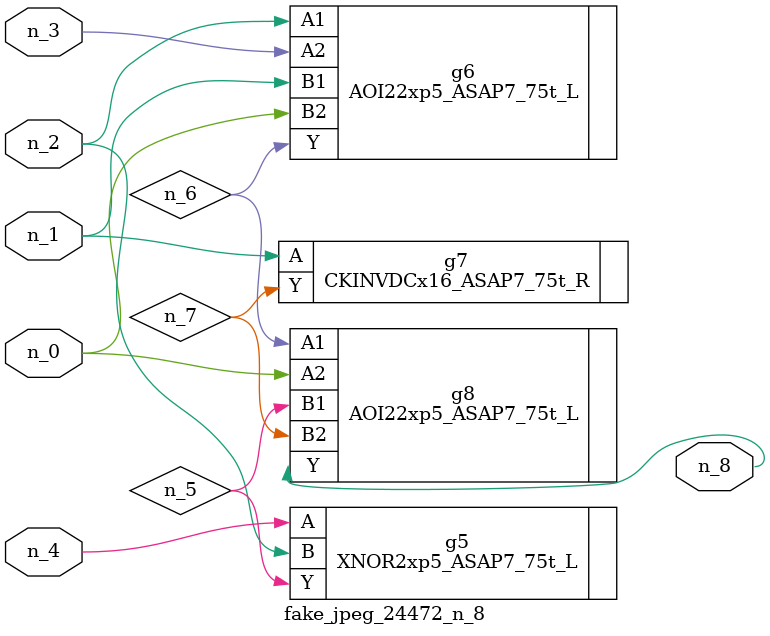
<source format=v>
module fake_jpeg_24472_n_8 (n_3, n_2, n_1, n_0, n_4, n_8);

input n_3;
input n_2;
input n_1;
input n_0;
input n_4;

output n_8;

wire n_6;
wire n_5;
wire n_7;

XNOR2xp5_ASAP7_75t_L g5 ( 
.A(n_4),
.B(n_2),
.Y(n_5)
);

AOI22xp5_ASAP7_75t_L g6 ( 
.A1(n_2),
.A2(n_3),
.B1(n_1),
.B2(n_0),
.Y(n_6)
);

CKINVDCx16_ASAP7_75t_R g7 ( 
.A(n_1),
.Y(n_7)
);

AOI22xp5_ASAP7_75t_L g8 ( 
.A1(n_6),
.A2(n_0),
.B1(n_5),
.B2(n_7),
.Y(n_8)
);


endmodule
</source>
